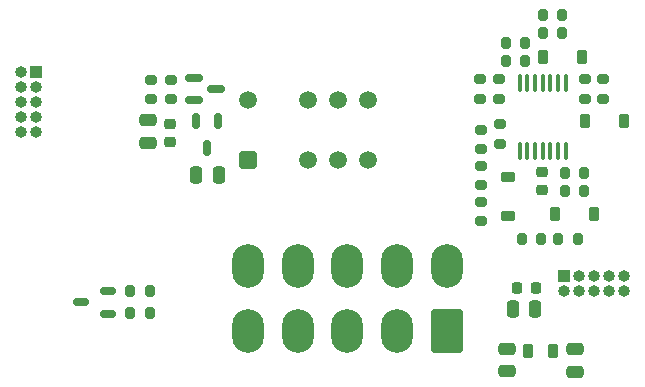
<source format=gbr>
%TF.GenerationSoftware,KiCad,Pcbnew,9.0.3*%
%TF.CreationDate,2025-07-22T11:40:29+03:00*%
%TF.ProjectId,mini_board_relay_analog,6d696e69-5f62-46f6-9172-645f72656c61,rev?*%
%TF.SameCoordinates,Original*%
%TF.FileFunction,Soldermask,Top*%
%TF.FilePolarity,Negative*%
%FSLAX46Y46*%
G04 Gerber Fmt 4.6, Leading zero omitted, Abs format (unit mm)*
G04 Created by KiCad (PCBNEW 9.0.3) date 2025-07-22 11:40:29*
%MOMM*%
%LPD*%
G01*
G04 APERTURE LIST*
G04 Aperture macros list*
%AMRoundRect*
0 Rectangle with rounded corners*
0 $1 Rounding radius*
0 $2 $3 $4 $5 $6 $7 $8 $9 X,Y pos of 4 corners*
0 Add a 4 corners polygon primitive as box body*
4,1,4,$2,$3,$4,$5,$6,$7,$8,$9,$2,$3,0*
0 Add four circle primitives for the rounded corners*
1,1,$1+$1,$2,$3*
1,1,$1+$1,$4,$5*
1,1,$1+$1,$6,$7*
1,1,$1+$1,$8,$9*
0 Add four rect primitives between the rounded corners*
20,1,$1+$1,$2,$3,$4,$5,0*
20,1,$1+$1,$4,$5,$6,$7,0*
20,1,$1+$1,$6,$7,$8,$9,0*
20,1,$1+$1,$8,$9,$2,$3,0*%
G04 Aperture macros list end*
%ADD10RoundRect,0.250000X0.250000X0.475000X-0.250000X0.475000X-0.250000X-0.475000X0.250000X-0.475000X0*%
%ADD11RoundRect,0.250000X0.475000X-0.250000X0.475000X0.250000X-0.475000X0.250000X-0.475000X-0.250000X0*%
%ADD12RoundRect,0.200000X0.275000X-0.200000X0.275000X0.200000X-0.275000X0.200000X-0.275000X-0.200000X0*%
%ADD13RoundRect,0.225000X-0.225000X-0.375000X0.225000X-0.375000X0.225000X0.375000X-0.225000X0.375000X0*%
%ADD14RoundRect,0.150000X-0.150000X0.512500X-0.150000X-0.512500X0.150000X-0.512500X0.150000X0.512500X0*%
%ADD15RoundRect,0.100000X0.100000X-0.637500X0.100000X0.637500X-0.100000X0.637500X-0.100000X-0.637500X0*%
%ADD16RoundRect,0.218750X0.218750X0.381250X-0.218750X0.381250X-0.218750X-0.381250X0.218750X-0.381250X0*%
%ADD17RoundRect,0.200000X-0.275000X0.200000X-0.275000X-0.200000X0.275000X-0.200000X0.275000X0.200000X0*%
%ADD18RoundRect,0.200000X0.200000X0.275000X-0.200000X0.275000X-0.200000X-0.275000X0.200000X-0.275000X0*%
%ADD19RoundRect,0.225000X-0.375000X0.225000X-0.375000X-0.225000X0.375000X-0.225000X0.375000X0.225000X0*%
%ADD20RoundRect,0.200000X-0.200000X-0.275000X0.200000X-0.275000X0.200000X0.275000X-0.200000X0.275000X0*%
%ADD21RoundRect,0.250000X-0.475000X0.250000X-0.475000X-0.250000X0.475000X-0.250000X0.475000X0.250000X0*%
%ADD22RoundRect,0.150000X-0.587500X-0.150000X0.587500X-0.150000X0.587500X0.150000X-0.587500X0.150000X0*%
%ADD23RoundRect,0.225000X0.250000X-0.225000X0.250000X0.225000X-0.250000X0.225000X-0.250000X-0.225000X0*%
%ADD24RoundRect,0.225000X-0.250000X0.225000X-0.250000X-0.225000X0.250000X-0.225000X0.250000X0.225000X0*%
%ADD25R,1.000000X1.000000*%
%ADD26O,1.000000X1.000000*%
%ADD27RoundRect,0.250500X0.499500X-0.499500X0.499500X0.499500X-0.499500X0.499500X-0.499500X-0.499500X0*%
%ADD28C,1.500000*%
%ADD29RoundRect,0.250001X1.099999X1.599999X-1.099999X1.599999X-1.099999X-1.599999X1.099999X-1.599999X0*%
%ADD30O,2.700000X3.700000*%
%ADD31RoundRect,0.150000X0.512500X0.150000X-0.512500X0.150000X-0.512500X-0.150000X0.512500X-0.150000X0*%
%ADD32RoundRect,0.225000X0.225000X0.250000X-0.225000X0.250000X-0.225000X-0.250000X0.225000X-0.250000X0*%
G04 APERTURE END LIST*
D10*
%TO.C,C1*%
X144940000Y-115980000D03*
X143040000Y-115980000D03*
%TD*%
D11*
%TO.C,C3*%
X112170000Y-101880000D03*
X112170000Y-99980000D03*
%TD*%
D12*
%TO.C,R12*%
X149120000Y-98145000D03*
X149120000Y-96495000D03*
%TD*%
D13*
%TO.C,D4*%
X149130000Y-100040000D03*
X152430000Y-100040000D03*
%TD*%
D14*
%TO.C,D2*%
X118080000Y-100080000D03*
X116180000Y-100080000D03*
X117130000Y-102355000D03*
%TD*%
D12*
%TO.C,R1*%
X140330000Y-108520000D03*
X140330000Y-106870000D03*
%TD*%
D15*
%TO.C,U1*%
X143620000Y-102550000D03*
X144270000Y-102550000D03*
X144920000Y-102550000D03*
X145570000Y-102550000D03*
X146220000Y-102550000D03*
X146870000Y-102550000D03*
X147520000Y-102550000D03*
X147520000Y-96825000D03*
X146870000Y-96825000D03*
X146220000Y-96825000D03*
X145570000Y-96825000D03*
X144920000Y-96825000D03*
X144270000Y-96825000D03*
X143620000Y-96825000D03*
%TD*%
D16*
%TO.C,L1*%
X146462500Y-119480000D03*
X144337500Y-119480000D03*
%TD*%
D17*
%TO.C,R4*%
X140290000Y-96505000D03*
X140290000Y-98155000D03*
%TD*%
D12*
%TO.C,R19*%
X114090000Y-98195000D03*
X114090000Y-96545000D03*
%TD*%
D18*
%TO.C,R20*%
X144105000Y-93470000D03*
X142455000Y-93470000D03*
%TD*%
D19*
%TO.C,D3*%
X142670000Y-104810000D03*
X142670000Y-108110000D03*
%TD*%
D12*
%TO.C,R2*%
X140330000Y-105490000D03*
X140330000Y-103840000D03*
%TD*%
D20*
%TO.C,R6*%
X145555000Y-92620000D03*
X147205000Y-92620000D03*
%TD*%
D17*
%TO.C,R11*%
X140330000Y-100810000D03*
X140330000Y-102460000D03*
%TD*%
D20*
%TO.C,R17*%
X110635000Y-114440000D03*
X112285000Y-114440000D03*
%TD*%
D21*
%TO.C,C6*%
X142530000Y-119340000D03*
X142530000Y-121240000D03*
%TD*%
D22*
%TO.C,Q1*%
X116020000Y-96400000D03*
X116020000Y-98300000D03*
X117895000Y-97350000D03*
%TD*%
D12*
%TO.C,R5*%
X141910000Y-98155000D03*
X141910000Y-96505000D03*
%TD*%
D17*
%TO.C,R18*%
X112410000Y-96545000D03*
X112410000Y-98195000D03*
%TD*%
D20*
%TO.C,R15*%
X147435000Y-105980000D03*
X149085000Y-105980000D03*
%TD*%
D17*
%TO.C,R13*%
X150680000Y-96495000D03*
X150680000Y-98145000D03*
%TD*%
D20*
%TO.C,R9*%
X142455000Y-95010000D03*
X144105000Y-95010000D03*
%TD*%
D23*
%TO.C,C4*%
X114020000Y-101845000D03*
X114020000Y-100295000D03*
%TD*%
D10*
%TO.C,C8*%
X118150000Y-104610000D03*
X116250000Y-104610000D03*
%TD*%
D24*
%TO.C,C7*%
X145530000Y-104337500D03*
X145530000Y-105887500D03*
%TD*%
D20*
%TO.C,R8*%
X146895000Y-110070000D03*
X148545000Y-110070000D03*
%TD*%
D21*
%TO.C,C5*%
X148270000Y-119390000D03*
X148270000Y-121290000D03*
%TD*%
D20*
%TO.C,R16*%
X110645000Y-116340000D03*
X112295000Y-116340000D03*
%TD*%
D25*
%TO.C,J2*%
X102694000Y-95908000D03*
D26*
X101424000Y-95908000D03*
X102694000Y-97178000D03*
X101424000Y-97178000D03*
X102694000Y-98448000D03*
X101424000Y-98448000D03*
X102694000Y-99718000D03*
X101424000Y-99718000D03*
X102694000Y-100988000D03*
X101424000Y-100988000D03*
%TD*%
D17*
%TO.C,R10*%
X141980000Y-100345000D03*
X141980000Y-101995000D03*
%TD*%
D18*
%TO.C,R14*%
X149075000Y-104430000D03*
X147425000Y-104430000D03*
%TD*%
D27*
%TO.C,U2*%
X120620000Y-103320000D03*
D28*
X125700000Y-103320000D03*
X128240000Y-103320000D03*
X130780000Y-103320000D03*
X130780000Y-98240000D03*
X128240000Y-98240000D03*
X125700000Y-98240000D03*
X120620000Y-98240000D03*
%TD*%
D18*
%TO.C,R3*%
X147215000Y-91080000D03*
X145565000Y-91080000D03*
%TD*%
D29*
%TO.C,J3*%
X137435000Y-117800000D03*
D30*
X133235000Y-117800000D03*
X129035000Y-117800000D03*
X124835000Y-117800000D03*
X120635000Y-117800000D03*
X137435000Y-112300000D03*
X133235000Y-112300000D03*
X129035000Y-112300000D03*
X124835000Y-112300000D03*
X120635000Y-112300000D03*
%TD*%
D25*
%TO.C,J1*%
X147399000Y-113180000D03*
D26*
X147399000Y-114450000D03*
X148669000Y-113180000D03*
X148669000Y-114450000D03*
X149939000Y-113180000D03*
X149939000Y-114450000D03*
X151209000Y-113180000D03*
X151209000Y-114450000D03*
X152479000Y-113180000D03*
X152479000Y-114450000D03*
%TD*%
D31*
%TO.C,D1*%
X108775000Y-116350000D03*
X108775000Y-114450000D03*
X106500000Y-115400000D03*
%TD*%
D32*
%TO.C,C2*%
X144985000Y-114160000D03*
X143435000Y-114160000D03*
%TD*%
D20*
%TO.C,R7*%
X143785000Y-110050000D03*
X145435000Y-110050000D03*
%TD*%
D13*
%TO.C,D5*%
X146580000Y-107940000D03*
X149880000Y-107940000D03*
%TD*%
%TO.C,D6*%
X145570000Y-94600000D03*
X148870000Y-94600000D03*
%TD*%
M02*

</source>
